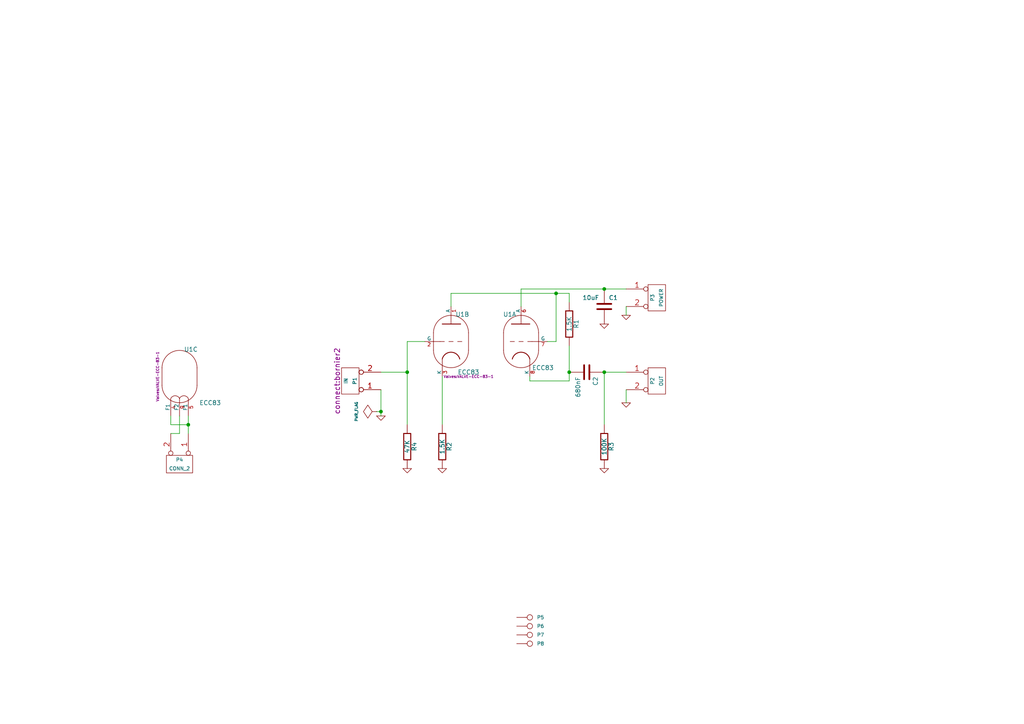
<source format=kicad_sch>
(kicad_sch (version 20230121) (generator eeschema)
  (paper "A4")
  (title_block (title "ECC Push-Pull") (date "vendredi 04 juillet 2014") (rev "0.1"))
  (lib_symbols
    (symbol "ecc83-pp-rescue:C" (pin_numbers hide) (pin_names (offset 0.254))
      (property "Reference" "C" (at 0 2.54 0))
      (property "Value" "C" (at 0.1524 -2.159 0))
      (symbol "C_0_1"
        (polyline (pts (xy -2.032 -0.762) (xy 2.032 -0.762)) (stroke (width 0.508)))
        (polyline (pts (xy -2.032 0.762) (xy 2.032 0.762)) (stroke (width 0.508)))
      )
      (symbol "C_1_1"
        (pin passive line (at 0 5.08 270) (length 4.318) (name "~") (number "1"))
        (pin passive line (at 0 -5.08 90) (length 4.318) (name "~") (number "2"))
      )
    )
    (symbol "ecc83-pp-rescue:CONN_1" (pin_numbers hide) (pin_names (offset 0.762) hide)
      (property "Reference" "P" (at 2.032 0 0))
      (symbol "CONN_1_0_1"
        (polyline (pts (xy -0.762 0) (xy -1.27 0)))
        (circle (center 0 0) (radius 0.7874))
      )
      (symbol "CONN_1_1_1"
        (pin passive line (at -3.81 0 0) (length 2.54) (name "1") (number "1"))
      )
    )
    (symbol "ecc83-pp-rescue:CONN_2" (pin_names (offset 1.016) hide)
      (property "Reference" "P" (at -1.27 0 90))
      (property "Value" "CONN_2" (at 1.27 0 90))
      (symbol "CONN_2_0_1"
        (rectangle (start -2.54 3.81) (end 2.54 -3.81))
      )
      (symbol "CONN_2_1_1"
        (pin passive inverted (at -8.89 2.54 0) (length 6.35) (name "P1") (number "1"))
        (pin passive inverted (at -8.89 -2.54 0) (length 6.35) (name "PM") (number "2"))
      )
    )
    (symbol "ecc83-pp-rescue:ECC83" (pin_names (offset 0))
      (property "Reference" "U" (at 3.302 7.874 0))
      (property "Value" "ECC83" (at 8.89 -7.62 0))
      (symbol "ECC83_0_1"
        (arc (start -5.08 -2.54) (mid 0 -7.5947) (end 5.08 -2.54))
        (polyline (pts (xy 5.08 2.54) (xy 5.08 -2.54)))
        (polyline (pts (xy -5.08 2.54) (xy -5.08 -2.54) (xy -5.08 -2.54)))
        (arc (start 5.08 2.54) (mid 0 7.5947) (end -5.08 2.54))
      )
      (symbol "ECC83_1_0"
        (polyline (pts (xy -2.54 -5.08) (xy -2.54 -7.62)))
        (polyline (pts (xy 0 5.08) (xy 0 7.62)))
      )
      (symbol "ECC83_1_1"
        (polyline (pts (xy -5.08 0) (xy -3.175 0)))
        (polyline (pts (xy -1.905 0) (xy -3.175 0)) (stroke (width 0.1524)))
        (polyline (pts (xy -0.635 0) (xy 0.635 0)) (stroke (width 0.1524)))
        (polyline (pts (xy 1.905 0) (xy 3.175 0)) (stroke (width 0.1524)))
        (polyline (pts (xy -2.54 5.08) (xy 2.794 5.08) (xy 2.794 5.08)) (stroke (width 0.254)))
        (arc (start 2.54 -5.08) (mid 0 -3.0968) (end -2.54 -5.08) (stroke (width 0.254)))
        (pin output line (at 0 10.16 270) (length 2.54) (name "A") (number "6"))
        (pin input line (at -7.62 0 0) (length 2.54) (name "G") (number "7"))
        (pin bidirectional line (at -2.54 -10.16 90) (length 2.54) (name "K") (number "8"))
      )
      (symbol "ECC83_2_0"
        (polyline (pts (xy -2.54 -5.08) (xy -2.54 -7.62)))
        (polyline (pts (xy 0 5.08) (xy 0 7.62)))
      )
      (symbol "ECC83_2_1"
        (polyline (pts (xy -5.08 0) (xy -3.175 0)))
        (polyline (pts (xy -1.905 0) (xy -3.175 0)) (stroke (width 0.1524)))
        (polyline (pts (xy -0.635 0) (xy 0.635 0)) (stroke (width 0.1524)))
        (polyline (pts (xy 1.905 0) (xy 3.175 0)) (stroke (width 0.1524)))
        (polyline (pts (xy -2.54 5.08) (xy 2.794 5.08) (xy 2.794 5.08)) (stroke (width 0.254)))
        (arc (start 2.54 -5.08) (mid 0 -3.0968) (end -2.54 -5.08) (stroke (width 0.254)))
        (pin output line (at 0 10.16 270) (length 2.54) (name "A") (number "1"))
        (pin input line (at -7.62 0 0) (length 2.54) (name "G") (number "2"))
        (pin bidirectional line (at -2.54 -10.16 90) (length 2.54) (name "K") (number "3"))
      )
      (symbol "ECC83_3_1"
        (arc (start 0 -6.35) (mid -1.27 -5.5651) (end -2.54 -6.35))
        (arc (start 2.54 -6.35) (mid 1.27 -5.5651) (end 0 -6.35))
        (pin power_in line (at -2.54 -11.43 90) (length 5.08) (name "F1") (number "4"))
        (pin power_in line (at 2.54 -11.43 90) (length 5.08) (name "F1") (number "5"))
        (pin power_in line (at 0 -11.43 90) (length 5.08) (name "F2") (number "9"))
      )
    )
    (symbol "ecc83-pp-rescue:GND" (power) (pin_names (offset 0))
      (symbol "GND_0_1"
        (polyline (pts (xy -1.27 0) (xy 0 -1.27) (xy 1.27 0) (xy -1.27 0)))
      )
      (symbol "GND_1_1"
        (pin power_in line (at 0 0 90) (length 0) hide (name "GND") (number "1"))
      )
    )
    (symbol "ecc83-pp-rescue:PWR_FLAG" (power) (pin_numbers hide) (pin_names (offset 0) hide)
      (property "Value" "PWR_FLAG" (at 0 4.572 0))
      (symbol "PWR_FLAG_0_0"
        (pin power_out line (at 0 0 90) (length 0) (name "pwr") (number "1"))
      )
      (symbol "PWR_FLAG_0_1"
        (polyline (pts (xy 0 0) (xy 0 1.27) (xy -1.905 2.54) (xy 0 3.81) (xy 1.905 2.54) (xy 0 1.27)))
      )
    )
    (symbol "ecc83-pp-rescue:R" (pin_numbers hide) (pin_names (offset 0))
      (property "Reference" "R" (at 2.032 0 90))
      (property "Value" "R" (at 0.1778 0.0254 90))
      (symbol "R_0_1"
        (rectangle (start -1.016 3.81) (end 1.016 -3.81) (stroke (width 0.3048)))
      )
      (symbol "R_1_1"
        (pin passive line (at 0 6.35 270) (length 2.54) (name "~") (number "1"))
        (pin passive line (at 0 -6.35 90) (length 2.54) (name "~") (number "2"))
      )
    )
  )
  (junction (at 175.26 83.82))
  (junction (at 175.26 107.95))
  (junction (at 161.29 85.09))
  (junction (at 165.1 107.95))
  (junction (at 118.11 107.95))
  (junction (at 110.49 119.38))
  (junction (at 54.61 123.19))
  (wire (pts (xy 153.67 110.49) (xy 165.1 110.49)))
  (wire (pts (xy 165.1 107.95) (xy 165.1 110.49)))
  (wire (pts (xy 110.49 119.38) (xy 110.49 120.65)))
  (wire (pts (xy 165.1 100.33) (xy 165.1 107.95)))
  (wire (pts (xy 181.61 91.44) (xy 181.61 88.9)))
  (wire (pts (xy 54.61 123.19) (xy 54.61 125.73)))
  (wire (pts (xy 118.11 99.06) (xy 123.19 99.06)))
  (wire (pts (xy 49.53 123.19) (xy 49.53 120.65)))
  (wire (pts (xy 151.13 83.82) (xy 175.26 83.82)))
  (wire (pts (xy 181.61 107.95) (xy 175.26 107.95)))
  (wire (pts (xy 130.81 85.09) (xy 130.81 88.9)))
  (wire (pts (xy 175.26 107.95) (xy 175.26 123.19)))
  (wire (pts (xy 118.11 99.06) (xy 118.11 107.95)))
  (wire (pts (xy 151.13 83.82) (xy 151.13 88.9)))
  (wire (pts (xy 52.07 125.73) (xy 52.07 120.65)))
  (wire (pts (xy 130.81 85.09) (xy 161.29 85.09)))
  (wire (pts (xy 118.11 107.95) (xy 118.11 123.19)))
  (wire (pts (xy 110.49 107.95) (xy 118.11 107.95)))
  (wire (pts (xy 161.29 99.06) (xy 161.29 85.09)))
  (wire (pts (xy 161.29 85.09) (xy 165.1 85.09)))
  (wire (pts (xy 181.61 116.84) (xy 181.61 113.03)))
  (wire (pts (xy 165.1 85.09) (xy 165.1 87.63)))
  (wire (pts (xy 54.61 123.19) (xy 49.53 123.19)))
  (wire (pts (xy 128.27 109.22) (xy 128.27 123.19)))
  (wire (pts (xy 153.67 109.22) (xy 153.67 110.49)))
  (wire (pts (xy 175.26 83.82) (xy 181.61 83.82)))
  (wire (pts (xy 49.53 125.73) (xy 52.07 125.73)))
  (wire (pts (xy 158.75 99.06) (xy 161.29 99.06)))
  (wire (pts (xy 109.22 119.38) (xy 110.49 119.38)))
  (wire (pts (xy 54.61 120.65) (xy 54.61 123.19)))
  (wire (pts (xy 110.49 113.03) (xy 110.49 119.38)))
  (symbol (lib_id "ecc83-pp-rescue:R") (at 165.1 93.98 0) (unit 1)
    (property "Reference" "R1" (at 167.132 93.98 90))
    (property "Value" "1.5K" (at 165.1 93.98 90))
    (property "Footprint" "discret:R3" (effects hide))
  )
  (symbol (lib_id "ecc83-pp-rescue:R") (at 128.27 129.54 0) (unit 1)
    (property "Reference" "R2" (at 130.302 129.54 90))
    (property "Value" "1.5K" (at 128.27 129.54 90))
    (property "Footprint" "discret:R3" (effects hide))
  )
  (symbol (lib_id "ecc83-pp-rescue:R") (at 118.11 129.54 0) (unit 1)
    (property "Reference" "R4" (at 120.142 129.54 90))
    (property "Value" "47K" (at 118.11 129.54 90))
    (property "Footprint" "discret:R3" (effects hide))
  )
  (symbol (lib_id "ecc83-pp-rescue:R") (at 175.26 129.54 0) (unit 1)
    (property "Reference" "R3" (at 177.292 129.54 90))
    (property "Value" "100K" (at 175.26 129.54 90))
    (property "Footprint" "discret:R3" (effects hide))
  )
  (symbol (lib_id "ecc83-pp-rescue:C") (at 170.18 107.95 270) (unit 1)
    (property "Reference" "C2" (at 172.72 109.22 0) (effects (justify left)))
    (property "Value" "680nF" (at 167.64 109.22 0) (effects (justify left)))
    (property "Footprint" "discret:C2" (effects hide))
  )
  (symbol (lib_id "ecc83-pp-rescue:CONN_2") (at 101.6 110.49 180) (unit 1)
    (property "Reference" "P1" (at 102.87 110.49 90) (effects (font (size 1.016 1.016))))
    (property "Value" "IN" (at 100.33 110.49 90) (effects (font (size 1.016 1.016))))
    (property "Footprint" "connect:bornier2" (at 97.79 110.49 90) (effects (font (size 1.524 1.524))))
  )
  (symbol (lib_id "ecc83-pp-rescue:CONN_2") (at 190.5 110.49 0) (unit 1)
    (property "Reference" "P2" (at 189.23 110.49 90) (effects (font (size 1.016 1.016))))
    (property "Value" "OUT" (at 191.77 110.49 90) (effects (font (size 1.016 1.016))))
    (property "Footprint" "connect:bornier2" (effects hide))
  )
  (symbol (lib_id "ecc83-pp-rescue:CONN_2") (at 190.5 86.36 0) (unit 1)
    (property "Reference" "P3" (at 189.23 86.36 90) (effects (font (size 1.016 1.016))))
    (property "Value" "POWER" (at 191.77 86.36 90) (effects (font (size 1.016 1.016))))
    (property "Footprint" "connect:bornier2" (effects hide))
  )
  (symbol (lib_id "ecc83-pp-rescue:GND") (at 181.61 91.44 0) (unit 1)
    (property "Reference" "#PWR07" (effects hide))
    (property "Value" "GND" (effects hide))
  )
  (symbol (lib_id "ecc83-pp-rescue:GND") (at 110.49 120.65 0) (unit 1)
    (property "Reference" "#PWR06" (effects hide))
    (property "Value" "GND" (effects hide))
  )
  (symbol (lib_id "ecc83-pp-rescue:C") (at 175.26 88.9 0) (unit 1)
    (property "Reference" "C1" (at 176.53 86.36 0) (effects (justify left)))
    (property "Value" "10uF" (at 168.91 86.36 0) (effects (justify left)))
    (property "Footprint" "discret:C2V10" (effects hide))
  )
  (symbol (lib_id "ecc83-pp-rescue:CONN_2") (at 52.07 134.62 270) (unit 1)
    (property "Reference" "P4" (at 52.07 133.35 90) (effects (font (size 1.016 1.016))))
    (property "Value" "CONN_2" (at 52.07 135.89 90) (effects (font (size 1.016 1.016))))
    (property "Footprint" "connect:bornier2" (effects hide))
  )
  (symbol (lib_id "ecc83-pp-rescue:PWR_FLAG") (at 109.22 119.38 90) (unit 1)
    (property "Reference" "#FLG05" (effects hide))
    (property "Value" "PWR_FLAG" (at 103.378 119.38 0) (effects (font (size 0.762 0.762))))
  )
  (symbol (lib_id "ecc83-pp-rescue:GND") (at 118.11 135.89 0) (unit 1)
    (property "Reference" "#PWR04" (effects hide))
    (property "Value" "GND" (effects hide))
  )
  (symbol (lib_id "ecc83-pp-rescue:GND") (at 128.27 135.89 0) (unit 1)
    (property "Reference" "#PWR03" (effects hide))
    (property "Value" "GND" (effects hide))
  )
  (symbol (lib_id "ecc83-pp-rescue:GND") (at 175.26 135.89 0) (unit 1)
    (property "Reference" "#PWR02" (effects hide))
    (property "Value" "GND" (effects hide))
  )
  (symbol (lib_id "ecc83-pp-rescue:GND") (at 181.61 116.84 0) (unit 1)
    (property "Reference" "#PWR01" (effects hide))
    (property "Value" "GND" (effects hide))
  )
  (symbol (lib_id "ecc83-pp-rescue:ECC83") (at 151.13 99.06 0) (mirror y) (unit 1)
    (property "Reference" "U1" (at 147.828 91.186 0))
    (property "Value" "ECC83" (at 157.48 106.68 0))
    (property "Footprint" "Valves:VALVE-ECC-83-1" (effects hide))
  )
  (symbol (lib_id "ecc83-pp-rescue:ECC83") (at 130.81 99.06 0) (unit 2)
    (property "Reference" "U1" (at 134.112 91.186 0))
    (property "Value" "ECC83" (at 135.89 107.95 0))
    (property "Footprint" "Valves:VALVE-ECC-83-1" (at 135.89 109.22 0) (effects (font (size 0.762 0.762))))
  )
  (symbol (lib_id "ecc83-pp-rescue:ECC83") (at 52.07 109.22 0) (unit 3)
    (property "Reference" "U1" (at 55.372 101.346 0))
    (property "Value" "ECC83" (at 60.96 116.84 0))
    (property "Footprint" "Valves:VALVE-ECC-83-1" (at 45.72 109.22 90) (effects (font (size 0.762 0.762))))
  )
  (symbol (lib_id "ecc83-pp-rescue:GND") (at 175.26 93.98 0) (unit 1)
    (property "Reference" "#PWR08" (effects hide))
    (property "Value" "GND" (effects hide))
  )
  (symbol (lib_id "ecc83-pp-rescue:CONN_1") (at 153.67 179.07 0) (unit 1)
    (property "Reference" "P5" (at 155.702 179.07 0) (effects (font (size 1.016 1.016)) (justify left)))
    (property "Value" "CONN_1" (effects hide))
    (property "Footprint" "connect:1pin" (effects hide))
  )
  (symbol (lib_id "ecc83-pp-rescue:CONN_1") (at 153.67 181.61 0) (unit 1)
    (property "Reference" "P6" (at 155.702 181.61 0) (effects (font (size 1.016 1.016)) (justify left)))
    (property "Value" "CONN_1" (effects hide))
    (property "Footprint" "connect:1pin" (effects hide))
  )
  (symbol (lib_id "ecc83-pp-rescue:CONN_1") (at 153.67 184.15 0) (unit 1)
    (property "Reference" "P7" (at 155.702 184.15 0) (effects (font (size 1.016 1.016)) (justify left)))
    (property "Value" "CONN_1" (effects hide))
    (property "Footprint" "connect:1pin" (effects hide))
  )
  (symbol (lib_id "ecc83-pp-rescue:CONN_1") (at 153.67 186.69 0) (unit 1)
    (property "Reference" "P8" (at 155.702 186.69 0) (effects (font (size 1.016 1.016)) (justify left)))
    (property "Value" "CONN_1" (effects hide))
    (property "Footprint" "connect:1pin" (effects hide))
  )
)
</source>
